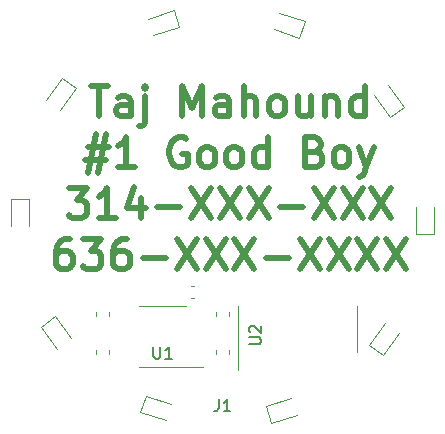
<source format=gbr>
G04 #@! TF.GenerationSoftware,KiCad,Pcbnew,(5.1.5-0-10_14)*
G04 #@! TF.CreationDate,2021-02-20T09:37:57-07:00*
G04 #@! TF.ProjectId,number_1_good_boy,6e756d62-6572-45f3-915f-676f6f645f62,rev?*
G04 #@! TF.SameCoordinates,Original*
G04 #@! TF.FileFunction,Legend,Top*
G04 #@! TF.FilePolarity,Positive*
%FSLAX46Y46*%
G04 Gerber Fmt 4.6, Leading zero omitted, Abs format (unit mm)*
G04 Created by KiCad (PCBNEW (5.1.5-0-10_14)) date 2021-02-20 09:37:57*
%MOMM*%
%LPD*%
G04 APERTURE LIST*
%ADD10C,0.508000*%
%ADD11C,0.120000*%
%ADD12C,0.150000*%
G04 APERTURE END LIST*
D10*
X-11157857Y11042952D02*
X-9706428Y11042952D01*
X-10432142Y8502952D02*
X-10432142Y11042952D01*
X-7771190Y8502952D02*
X-7771190Y9833428D01*
X-7892142Y10075333D01*
X-8134047Y10196285D01*
X-8617857Y10196285D01*
X-8859761Y10075333D01*
X-7771190Y8623904D02*
X-8013095Y8502952D01*
X-8617857Y8502952D01*
X-8859761Y8623904D01*
X-8980714Y8865809D01*
X-8980714Y9107714D01*
X-8859761Y9349619D01*
X-8617857Y9470571D01*
X-8013095Y9470571D01*
X-7771190Y9591523D01*
X-6561666Y10196285D02*
X-6561666Y8019142D01*
X-6682619Y7777238D01*
X-6924523Y7656285D01*
X-7045476Y7656285D01*
X-6561666Y11042952D02*
X-6682619Y10922000D01*
X-6561666Y10801047D01*
X-6440714Y10922000D01*
X-6561666Y11042952D01*
X-6561666Y10801047D01*
X-3416904Y8502952D02*
X-3416904Y11042952D01*
X-2570238Y9228666D01*
X-1723571Y11042952D01*
X-1723571Y8502952D01*
X574523Y8502952D02*
X574523Y9833428D01*
X453571Y10075333D01*
X211666Y10196285D01*
X-272142Y10196285D01*
X-514047Y10075333D01*
X574523Y8623904D02*
X332619Y8502952D01*
X-272142Y8502952D01*
X-514047Y8623904D01*
X-635000Y8865809D01*
X-635000Y9107714D01*
X-514047Y9349619D01*
X-272142Y9470571D01*
X332619Y9470571D01*
X574523Y9591523D01*
X1784047Y8502952D02*
X1784047Y11042952D01*
X2872619Y8502952D02*
X2872619Y9833428D01*
X2751666Y10075333D01*
X2509761Y10196285D01*
X2146904Y10196285D01*
X1904999Y10075333D01*
X1784047Y9954380D01*
X4445000Y8502952D02*
X4203095Y8623904D01*
X4082142Y8744857D01*
X3961190Y8986761D01*
X3961190Y9712476D01*
X4082142Y9954380D01*
X4203095Y10075333D01*
X4445000Y10196285D01*
X4807857Y10196285D01*
X5049761Y10075333D01*
X5170714Y9954380D01*
X5291666Y9712476D01*
X5291666Y8986761D01*
X5170714Y8744857D01*
X5049761Y8623904D01*
X4807857Y8502952D01*
X4445000Y8502952D01*
X7468809Y10196285D02*
X7468809Y8502952D01*
X6380238Y10196285D02*
X6380238Y8865809D01*
X6501190Y8623904D01*
X6743095Y8502952D01*
X7105952Y8502952D01*
X7347857Y8623904D01*
X7468809Y8744857D01*
X8678333Y10196285D02*
X8678333Y8502952D01*
X8678333Y9954380D02*
X8799285Y10075333D01*
X9041190Y10196285D01*
X9404047Y10196285D01*
X9645952Y10075333D01*
X9766904Y9833428D01*
X9766904Y8502952D01*
X12065000Y8502952D02*
X12065000Y11042952D01*
X12065000Y8623904D02*
X11823095Y8502952D01*
X11339285Y8502952D01*
X11097380Y8623904D01*
X10976428Y8744857D01*
X10855476Y8986761D01*
X10855476Y9712476D01*
X10976428Y9954380D01*
X11097380Y10075333D01*
X11339285Y10196285D01*
X11823095Y10196285D01*
X12065000Y10075333D01*
X-11399761Y5878285D02*
X-9585476Y5878285D01*
X-10674047Y6966857D02*
X-11399761Y3701142D01*
X-9827380Y4789714D02*
X-11641666Y4789714D01*
X-10553095Y3701142D02*
X-9827380Y6966857D01*
X-7408333Y4184952D02*
X-8859761Y4184952D01*
X-8134047Y4184952D02*
X-8134047Y6724952D01*
X-8375952Y6362095D01*
X-8617857Y6120190D01*
X-8859761Y5999238D01*
X-3054047Y6604000D02*
X-3295952Y6724952D01*
X-3658809Y6724952D01*
X-4021666Y6604000D01*
X-4263571Y6362095D01*
X-4384523Y6120190D01*
X-4505476Y5636380D01*
X-4505476Y5273523D01*
X-4384523Y4789714D01*
X-4263571Y4547809D01*
X-4021666Y4305904D01*
X-3658809Y4184952D01*
X-3416904Y4184952D01*
X-3054047Y4305904D01*
X-2933095Y4426857D01*
X-2933095Y5273523D01*
X-3416904Y5273523D01*
X-1481666Y4184952D02*
X-1723571Y4305904D01*
X-1844523Y4426857D01*
X-1965476Y4668761D01*
X-1965476Y5394476D01*
X-1844523Y5636380D01*
X-1723571Y5757333D01*
X-1481666Y5878285D01*
X-1118809Y5878285D01*
X-876904Y5757333D01*
X-755952Y5636380D01*
X-635000Y5394476D01*
X-635000Y4668761D01*
X-755952Y4426857D01*
X-876904Y4305904D01*
X-1118809Y4184952D01*
X-1481666Y4184952D01*
X816428Y4184952D02*
X574523Y4305904D01*
X453571Y4426857D01*
X332619Y4668761D01*
X332619Y5394476D01*
X453571Y5636380D01*
X574523Y5757333D01*
X816428Y5878285D01*
X1179285Y5878285D01*
X1421190Y5757333D01*
X1542142Y5636380D01*
X1663095Y5394476D01*
X1663095Y4668761D01*
X1542142Y4426857D01*
X1421190Y4305904D01*
X1179285Y4184952D01*
X816428Y4184952D01*
X3840238Y4184952D02*
X3840238Y6724952D01*
X3840238Y4305904D02*
X3598333Y4184952D01*
X3114523Y4184952D01*
X2872619Y4305904D01*
X2751666Y4426857D01*
X2630714Y4668761D01*
X2630714Y5394476D01*
X2751666Y5636380D01*
X2872619Y5757333D01*
X3114523Y5878285D01*
X3598333Y5878285D01*
X3840238Y5757333D01*
X7831666Y5515428D02*
X8194523Y5394476D01*
X8315476Y5273523D01*
X8436428Y5031619D01*
X8436428Y4668761D01*
X8315476Y4426857D01*
X8194523Y4305904D01*
X7952619Y4184952D01*
X6984999Y4184952D01*
X6984999Y6724952D01*
X7831666Y6724952D01*
X8073571Y6604000D01*
X8194523Y6483047D01*
X8315476Y6241142D01*
X8315476Y5999238D01*
X8194523Y5757333D01*
X8073571Y5636380D01*
X7831666Y5515428D01*
X6984999Y5515428D01*
X9887857Y4184952D02*
X9645952Y4305904D01*
X9524999Y4426857D01*
X9404047Y4668761D01*
X9404047Y5394476D01*
X9524999Y5636380D01*
X9645952Y5757333D01*
X9887857Y5878285D01*
X10250714Y5878285D01*
X10492619Y5757333D01*
X10613571Y5636380D01*
X10734523Y5394476D01*
X10734523Y4668761D01*
X10613571Y4426857D01*
X10492619Y4305904D01*
X10250714Y4184952D01*
X9887857Y4184952D01*
X11581190Y5878285D02*
X12185952Y4184952D01*
X12790714Y5878285D02*
X12185952Y4184952D01*
X11944047Y3580190D01*
X11823095Y3459238D01*
X11581190Y3338285D01*
X-13032619Y2406952D02*
X-11460238Y2406952D01*
X-12306904Y1439333D01*
X-11944047Y1439333D01*
X-11702142Y1318380D01*
X-11581190Y1197428D01*
X-11460238Y955523D01*
X-11460238Y350761D01*
X-11581190Y108857D01*
X-11702142Y-12095D01*
X-11944047Y-133047D01*
X-12669761Y-133047D01*
X-12911666Y-12095D01*
X-13032619Y108857D01*
X-9041190Y-133047D02*
X-10492619Y-133047D01*
X-9766904Y-133047D02*
X-9766904Y2406952D01*
X-10008809Y2044095D01*
X-10250714Y1802190D01*
X-10492619Y1681238D01*
X-6864047Y1560285D02*
X-6864047Y-133047D01*
X-7468809Y2527904D02*
X-8073571Y713619D01*
X-6501190Y713619D01*
X-5533571Y834571D02*
X-3598333Y834571D01*
X-2630714Y2406952D02*
X-937380Y-133047D01*
X-937380Y2406952D02*
X-2630714Y-133047D01*
X-211666Y2406952D02*
X1481666Y-133047D01*
X1481666Y2406952D02*
X-211666Y-133047D01*
X2207380Y2406952D02*
X3900714Y-133047D01*
X3900714Y2406952D02*
X2207380Y-133047D01*
X4868333Y834571D02*
X6803571Y834571D01*
X7771190Y2406952D02*
X9464523Y-133047D01*
X9464523Y2406952D02*
X7771190Y-133047D01*
X10190238Y2406952D02*
X11883571Y-133047D01*
X11883571Y2406952D02*
X10190238Y-133047D01*
X12609285Y2406952D02*
X14302619Y-133047D01*
X14302619Y2406952D02*
X12609285Y-133047D01*
X-12911666Y-1911047D02*
X-13395476Y-1911047D01*
X-13637380Y-2032000D01*
X-13758333Y-2152952D01*
X-14000238Y-2515809D01*
X-14121190Y-2999619D01*
X-14121190Y-3967238D01*
X-14000238Y-4209142D01*
X-13879285Y-4330095D01*
X-13637380Y-4451047D01*
X-13153571Y-4451047D01*
X-12911666Y-4330095D01*
X-12790714Y-4209142D01*
X-12669761Y-3967238D01*
X-12669761Y-3362476D01*
X-12790714Y-3120571D01*
X-12911666Y-2999619D01*
X-13153571Y-2878666D01*
X-13637380Y-2878666D01*
X-13879285Y-2999619D01*
X-14000238Y-3120571D01*
X-14121190Y-3362476D01*
X-11823095Y-1911047D02*
X-10250714Y-1911047D01*
X-11097380Y-2878666D01*
X-10734523Y-2878666D01*
X-10492619Y-2999619D01*
X-10371666Y-3120571D01*
X-10250714Y-3362476D01*
X-10250714Y-3967238D01*
X-10371666Y-4209142D01*
X-10492619Y-4330095D01*
X-10734523Y-4451047D01*
X-11460238Y-4451047D01*
X-11702142Y-4330095D01*
X-11823095Y-4209142D01*
X-8073571Y-1911047D02*
X-8557380Y-1911047D01*
X-8799285Y-2032000D01*
X-8920238Y-2152952D01*
X-9162142Y-2515809D01*
X-9283095Y-2999619D01*
X-9283095Y-3967238D01*
X-9162142Y-4209142D01*
X-9041190Y-4330095D01*
X-8799285Y-4451047D01*
X-8315476Y-4451047D01*
X-8073571Y-4330095D01*
X-7952619Y-4209142D01*
X-7831666Y-3967238D01*
X-7831666Y-3362476D01*
X-7952619Y-3120571D01*
X-8073571Y-2999619D01*
X-8315476Y-2878666D01*
X-8799285Y-2878666D01*
X-9041190Y-2999619D01*
X-9162142Y-3120571D01*
X-9283095Y-3362476D01*
X-6743095Y-3483428D02*
X-4807857Y-3483428D01*
X-3840238Y-1911047D02*
X-2146904Y-4451047D01*
X-2146904Y-1911047D02*
X-3840238Y-4451047D01*
X-1421190Y-1911047D02*
X272142Y-4451047D01*
X272142Y-1911047D02*
X-1421190Y-4451047D01*
X997857Y-1911047D02*
X2691190Y-4451047D01*
X2691190Y-1911047D02*
X997857Y-4451047D01*
X3658809Y-3483428D02*
X5594047Y-3483428D01*
X6561666Y-1911047D02*
X8255000Y-4451047D01*
X8255000Y-1911047D02*
X6561666Y-4451047D01*
X8980714Y-1911047D02*
X10674047Y-4451047D01*
X10674047Y-1911047D02*
X8980714Y-4451047D01*
X11399761Y-1911047D02*
X13093095Y-4451047D01*
X13093095Y-1911047D02*
X11399761Y-4451047D01*
X13818809Y-1911047D02*
X15512142Y-4451047D01*
X15512142Y-1911047D02*
X13818809Y-4451047D01*
D11*
X-10670000Y-11592779D02*
X-10670000Y-11267221D01*
X-9650000Y-11592779D02*
X-9650000Y-11267221D01*
X-10670000Y-8092221D02*
X-10670000Y-8417779D01*
X-9650000Y-8092221D02*
X-9650000Y-8417779D01*
X4320627Y15854987D02*
X6493791Y15148883D01*
X6493791Y15148883D02*
X6948046Y16546936D01*
X6948046Y16546936D02*
X4774882Y17253040D01*
X15335889Y9314432D02*
X13992799Y11163036D01*
X14146634Y8450388D02*
X15335889Y9314432D01*
X12803544Y10298991D02*
X14146634Y8450388D01*
X16410000Y800000D02*
X16410000Y-1485000D01*
X16410000Y-1485000D02*
X17880000Y-1485000D01*
X17880000Y-1485000D02*
X17880000Y800000D01*
X13590166Y-11717212D02*
X14933256Y-9868609D01*
X12400911Y-10853168D02*
X13590166Y-11717212D01*
X13744001Y-9004564D02*
X12400911Y-10853168D01*
X5842318Y-15360560D02*
X3669154Y-16066664D01*
X3669154Y-16066664D02*
X4123409Y-17464717D01*
X4123409Y-17464717D02*
X6296573Y-16758613D01*
X-6948046Y-16546936D02*
X-4774882Y-17253040D01*
X-6493791Y-15148883D02*
X-6948046Y-16546936D01*
X-4320627Y-15854987D02*
X-6493791Y-15148883D01*
X-12803544Y-10298991D02*
X-14146634Y-8450388D01*
X-14146634Y-8450388D02*
X-15335889Y-9314432D01*
X-15335889Y-9314432D02*
X-13992799Y-11163036D01*
X-17880000Y1485000D02*
X-17880000Y-800000D01*
X-16410000Y1485000D02*
X-17880000Y1485000D01*
X-16410000Y-800000D02*
X-16410000Y1485000D01*
X-13744001Y9004564D02*
X-12400911Y10853168D01*
X-12400911Y10853168D02*
X-13590166Y11717212D01*
X-13590166Y11717212D02*
X-14933256Y9868609D01*
X-4123409Y17464717D02*
X-6296573Y16758613D01*
X-3669154Y16066664D02*
X-4123409Y17464717D01*
X-5842318Y15360560D02*
X-3669154Y16066664D01*
X-2377221Y-5840000D02*
X-2702779Y-5840000D01*
X-2377221Y-6860000D02*
X-2702779Y-6860000D01*
X-510000Y-11592779D02*
X-510000Y-11267221D01*
X510000Y-11592779D02*
X510000Y-11267221D01*
X510000Y-8092221D02*
X510000Y-8417779D01*
X-510000Y-8092221D02*
X-510000Y-8417779D01*
X-5080000Y-7600000D02*
X-7030000Y-7600000D01*
X-5080000Y-7600000D02*
X-3130000Y-7600000D01*
X-5080000Y-12720000D02*
X-7030000Y-12720000D01*
X-5080000Y-12720000D02*
X-1630000Y-12720000D01*
X11410000Y-9525000D02*
X11410000Y-7575000D01*
X11410000Y-9525000D02*
X11410000Y-11475000D01*
X1290000Y-9525000D02*
X1290000Y-7575000D01*
X1290000Y-9525000D02*
X1290000Y-12975000D01*
D12*
X-333333Y-15462380D02*
X-333333Y-16176666D01*
X-380952Y-16319523D01*
X-476190Y-16414761D01*
X-619047Y-16462380D01*
X-714285Y-16462380D01*
X666666Y-16462380D02*
X95238Y-16462380D01*
X380952Y-16462380D02*
X380952Y-15462380D01*
X285714Y-15605238D01*
X190476Y-15700476D01*
X95238Y-15748095D01*
X-5841904Y-11009380D02*
X-5841904Y-11818904D01*
X-5794285Y-11914142D01*
X-5746666Y-11961761D01*
X-5651428Y-12009380D01*
X-5460952Y-12009380D01*
X-5365714Y-11961761D01*
X-5318095Y-11914142D01*
X-5270476Y-11818904D01*
X-5270476Y-11009380D01*
X-4270476Y-12009380D02*
X-4841904Y-12009380D01*
X-4556190Y-12009380D02*
X-4556190Y-11009380D01*
X-4651428Y-11152238D01*
X-4746666Y-11247476D01*
X-4841904Y-11295095D01*
X2246380Y-10794904D02*
X3055904Y-10794904D01*
X3151142Y-10747285D01*
X3198761Y-10699666D01*
X3246380Y-10604428D01*
X3246380Y-10413952D01*
X3198761Y-10318714D01*
X3151142Y-10271095D01*
X3055904Y-10223476D01*
X2246380Y-10223476D01*
X2341619Y-9794904D02*
X2294000Y-9747285D01*
X2246380Y-9652047D01*
X2246380Y-9413952D01*
X2294000Y-9318714D01*
X2341619Y-9271095D01*
X2436857Y-9223476D01*
X2532095Y-9223476D01*
X2674952Y-9271095D01*
X3246380Y-9842523D01*
X3246380Y-9223476D01*
M02*

</source>
